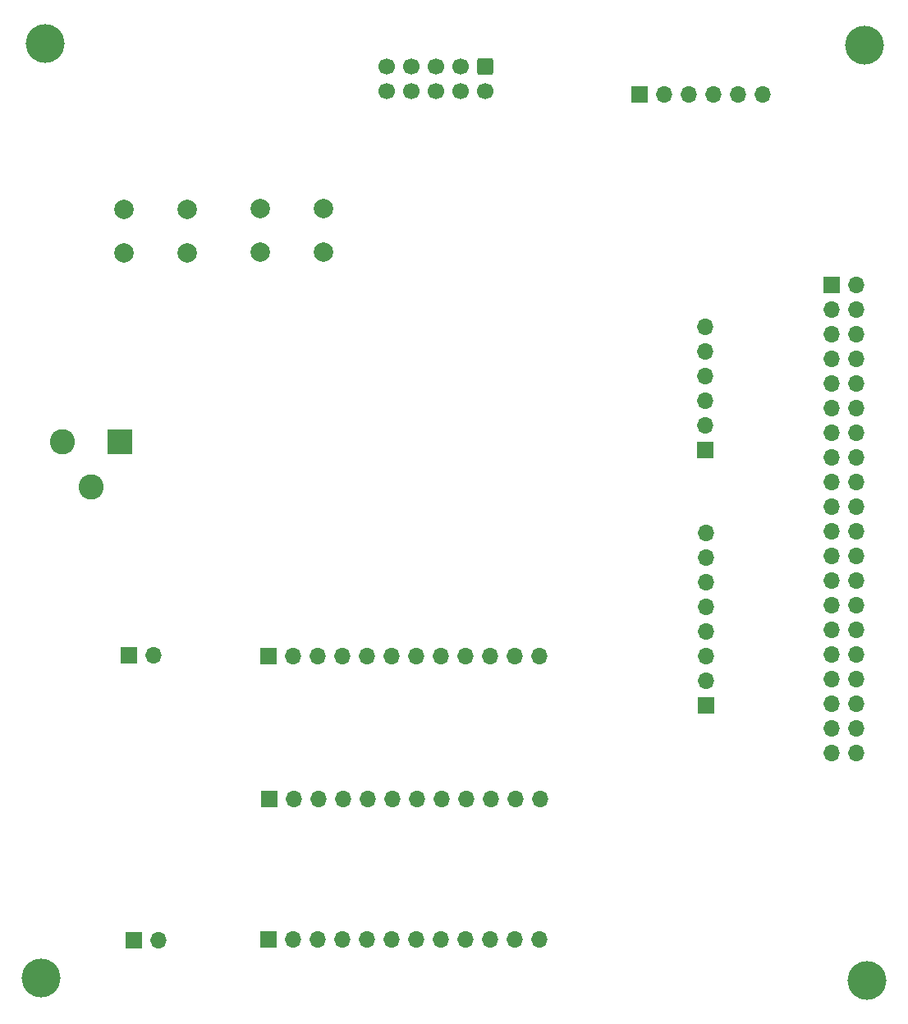
<source format=gbr>
%TF.GenerationSoftware,KiCad,Pcbnew,7.0.10*%
%TF.CreationDate,2024-03-06T16:59:48-05:00*%
%TF.ProjectId,Senior Design,53656e69-6f72-4204-9465-7369676e2e6b,rev?*%
%TF.SameCoordinates,Original*%
%TF.FileFunction,Soldermask,Bot*%
%TF.FilePolarity,Negative*%
%FSLAX46Y46*%
G04 Gerber Fmt 4.6, Leading zero omitted, Abs format (unit mm)*
G04 Created by KiCad (PCBNEW 7.0.10) date 2024-03-06 16:59:48*
%MOMM*%
%LPD*%
G01*
G04 APERTURE LIST*
G04 Aperture macros list*
%AMRoundRect*
0 Rectangle with rounded corners*
0 $1 Rounding radius*
0 $2 $3 $4 $5 $6 $7 $8 $9 X,Y pos of 4 corners*
0 Add a 4 corners polygon primitive as box body*
4,1,4,$2,$3,$4,$5,$6,$7,$8,$9,$2,$3,0*
0 Add four circle primitives for the rounded corners*
1,1,$1+$1,$2,$3*
1,1,$1+$1,$4,$5*
1,1,$1+$1,$6,$7*
1,1,$1+$1,$8,$9*
0 Add four rect primitives between the rounded corners*
20,1,$1+$1,$2,$3,$4,$5,0*
20,1,$1+$1,$4,$5,$6,$7,0*
20,1,$1+$1,$6,$7,$8,$9,0*
20,1,$1+$1,$8,$9,$2,$3,0*%
G04 Aperture macros list end*
%ADD10R,1.700000X1.700000*%
%ADD11O,1.700000X1.700000*%
%ADD12C,2.600000*%
%ADD13R,2.600000X2.600000*%
%ADD14C,4.000000*%
%ADD15C,2.000000*%
%ADD16RoundRect,0.250000X-0.600000X0.600000X-0.600000X-0.600000X0.600000X-0.600000X0.600000X0.600000X0*%
%ADD17C,1.700000*%
G04 APERTURE END LIST*
D10*
%TO.C,SENSOR1*%
X151580000Y-107010000D03*
D11*
X154120000Y-107010000D03*
X156660000Y-107010000D03*
X159200000Y-107010000D03*
X161740000Y-107010000D03*
X164280000Y-107010000D03*
X166820000Y-107010000D03*
X169360000Y-107010000D03*
X171900000Y-107010000D03*
X174440000Y-107010000D03*
X176980000Y-107010000D03*
X179520000Y-107010000D03*
%TD*%
D10*
%TO.C,GOAL_BOT1*%
X137630000Y-136340000D03*
D11*
X140170000Y-136340000D03*
%TD*%
D12*
%TO.C,BARREL_JACK1*%
X133270000Y-89640000D03*
X130270000Y-84940000D03*
D13*
X136270000Y-84940000D03*
%TD*%
D10*
%TO.C,USER_INTERFACE1*%
X196690000Y-112160000D03*
D11*
X196690000Y-109620000D03*
X196690000Y-107080000D03*
X196690000Y-104540000D03*
X196690000Y-102000000D03*
X196690000Y-99460000D03*
X196690000Y-96920000D03*
X196690000Y-94380000D03*
%TD*%
D10*
%TO.C,PWM_PORT1*%
X196580000Y-85810000D03*
D11*
X196580000Y-83270000D03*
X196580000Y-80730000D03*
X196580000Y-78190000D03*
X196580000Y-75650000D03*
X196580000Y-73110000D03*
%TD*%
D14*
%TO.C,H4*%
X213260000Y-140460000D03*
%TD*%
D10*
%TO.C,Jetson_Nano1*%
X209660000Y-68740000D03*
D11*
X212200000Y-68740000D03*
X209660000Y-71280000D03*
X212200000Y-71280000D03*
X209660000Y-73820000D03*
X212200000Y-73820000D03*
X209660000Y-76360000D03*
X212200000Y-76360000D03*
X209660000Y-78900000D03*
X212200000Y-78900000D03*
X209660000Y-81440000D03*
X212200000Y-81440000D03*
X209660000Y-83980000D03*
X212200000Y-83980000D03*
X209660000Y-86520000D03*
X212200000Y-86520000D03*
X209660000Y-89060000D03*
X212200000Y-89060000D03*
X209660000Y-91600000D03*
X212200000Y-91600000D03*
X209660000Y-94140000D03*
X212200000Y-94140000D03*
X209660000Y-96680000D03*
X212200000Y-96680000D03*
X209660000Y-99220000D03*
X212200000Y-99220000D03*
X209660000Y-101760000D03*
X212200000Y-101760000D03*
X209660000Y-104300000D03*
X212200000Y-104300000D03*
X209660000Y-106840000D03*
X212200000Y-106840000D03*
X209660000Y-109380000D03*
X212200000Y-109380000D03*
X209660000Y-111920000D03*
X212200000Y-111920000D03*
X209660000Y-114460000D03*
X212200000Y-114460000D03*
X209660000Y-117000000D03*
X212200000Y-117000000D03*
%TD*%
D10*
%TO.C,GOAL_USER1*%
X137180000Y-106950000D03*
D11*
X139720000Y-106950000D03*
%TD*%
D14*
%TO.C,H3*%
X128100000Y-140200000D03*
%TD*%
%TO.C,H1*%
X128500000Y-43900000D03*
%TD*%
D15*
%TO.C,BOOT1*%
X150700000Y-60900000D03*
X157200000Y-60900000D03*
X150700000Y-65400000D03*
X157200000Y-65400000D03*
%TD*%
D10*
%TO.C,SENSOR2*%
X151620000Y-121760000D03*
D11*
X154160000Y-121760000D03*
X156700000Y-121760000D03*
X159240000Y-121760000D03*
X161780000Y-121760000D03*
X164320000Y-121760000D03*
X166860000Y-121760000D03*
X169400000Y-121760000D03*
X171940000Y-121760000D03*
X174480000Y-121760000D03*
X177020000Y-121760000D03*
X179560000Y-121760000D03*
%TD*%
D16*
%TO.C,10pin_IDC_SWD1*%
X173950000Y-46220000D03*
D17*
X171410000Y-46220000D03*
X168870000Y-46220000D03*
X166330000Y-46220000D03*
X163790000Y-46220000D03*
X173950000Y-48760000D03*
X171410000Y-48760000D03*
X168870000Y-48760000D03*
X166330000Y-48760000D03*
X163790000Y-48760000D03*
%TD*%
D10*
%TO.C,Serial_Adapter1*%
X189830000Y-49150000D03*
D11*
X192370000Y-49150000D03*
X194910000Y-49150000D03*
X197450000Y-49150000D03*
X199990000Y-49150000D03*
X202530000Y-49150000D03*
%TD*%
D14*
%TO.C,H2*%
X213060000Y-44090000D03*
%TD*%
D15*
%TO.C,RESET1*%
X136650000Y-60950000D03*
X143150000Y-60950000D03*
X136650000Y-65450000D03*
X143150000Y-65450000D03*
%TD*%
D10*
%TO.C,SENSOR3*%
X151540000Y-136290000D03*
D11*
X154080000Y-136290000D03*
X156620000Y-136290000D03*
X159160000Y-136290000D03*
X161700000Y-136290000D03*
X164240000Y-136290000D03*
X166780000Y-136290000D03*
X169320000Y-136290000D03*
X171860000Y-136290000D03*
X174400000Y-136290000D03*
X176940000Y-136290000D03*
X179480000Y-136290000D03*
%TD*%
M02*

</source>
